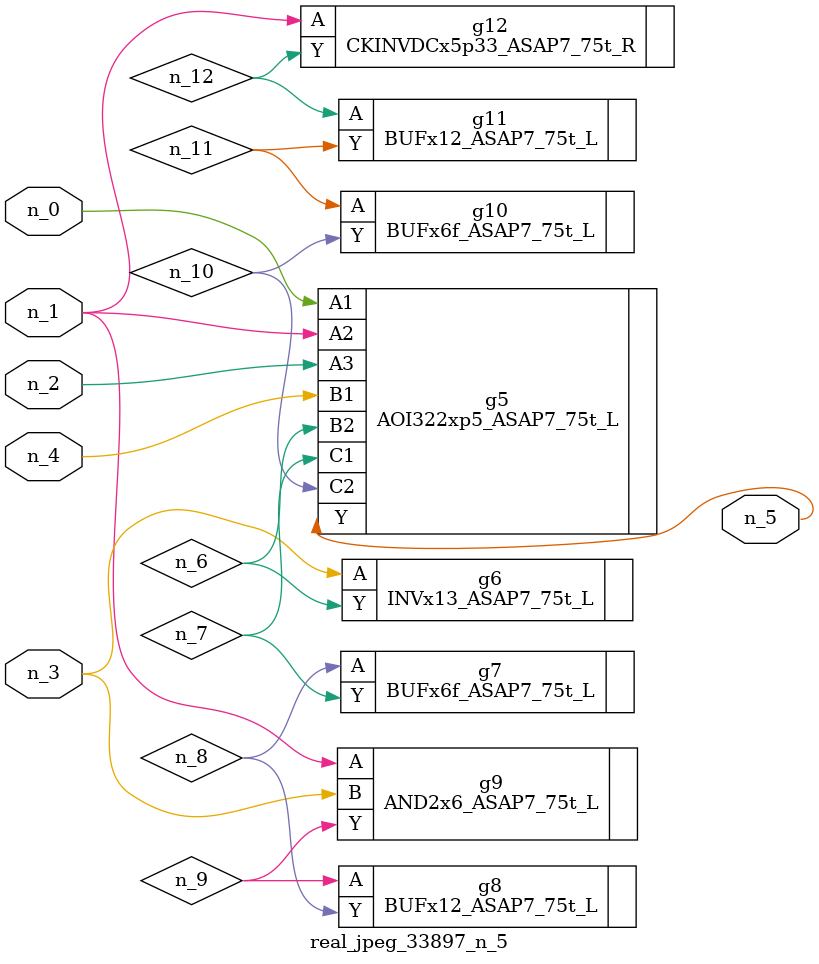
<source format=v>
module real_jpeg_33897_n_5 (n_4, n_0, n_1, n_2, n_3, n_5);

input n_4;
input n_0;
input n_1;
input n_2;
input n_3;

output n_5;

wire n_12;
wire n_8;
wire n_11;
wire n_6;
wire n_7;
wire n_10;
wire n_9;

AOI322xp5_ASAP7_75t_L g5 ( 
.A1(n_0),
.A2(n_1),
.A3(n_2),
.B1(n_4),
.B2(n_6),
.C1(n_7),
.C2(n_10),
.Y(n_5)
);

AND2x6_ASAP7_75t_L g9 ( 
.A(n_1),
.B(n_3),
.Y(n_9)
);

CKINVDCx5p33_ASAP7_75t_R g12 ( 
.A(n_1),
.Y(n_12)
);

INVx13_ASAP7_75t_L g6 ( 
.A(n_3),
.Y(n_6)
);

BUFx6f_ASAP7_75t_L g7 ( 
.A(n_8),
.Y(n_7)
);

BUFx12_ASAP7_75t_L g8 ( 
.A(n_9),
.Y(n_8)
);

BUFx6f_ASAP7_75t_L g10 ( 
.A(n_11),
.Y(n_10)
);

BUFx12_ASAP7_75t_L g11 ( 
.A(n_12),
.Y(n_11)
);


endmodule
</source>
